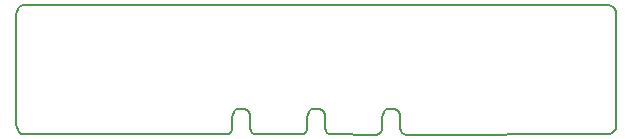
<source format=gm1>
%TF.GenerationSoftware,KiCad,Pcbnew,(6.0.0)*%
%TF.CreationDate,2022-05-12T01:22:01-07:00*%
%TF.ProjectId,Raptor Gerber,52617074-6f72-4204-9765-726265722e6b,rev?*%
%TF.SameCoordinates,Original*%
%TF.FileFunction,Profile,NP*%
%FSLAX46Y46*%
G04 Gerber Fmt 4.6, Leading zero omitted, Abs format (unit mm)*
G04 Created by KiCad (PCBNEW (6.0.0)) date 2022-05-12 01:22:01*
%MOMM*%
%LPD*%
G01*
G04 APERTURE LIST*
%ADD10C,0.200000*%
G04 APERTURE END LIST*
D10*
X15011969Y-24286312D02*
X15012098Y-24287571D01*
X35242323Y-25792471D02*
X35313465Y-25800233D01*
X46513427Y-23635717D02*
X47013332Y-23635717D01*
X33313070Y-25258918D02*
X33313244Y-25043540D01*
X33313289Y-24837972D01*
X33313314Y-24623878D01*
X33313326Y-24415614D01*
X33313328Y-24329856D01*
X35212674Y-25789254D02*
X35242323Y-25792471D01*
X40661975Y-23634761D02*
X40662104Y-23634761D01*
X48013443Y-25800700D02*
X65050000Y-25800000D01*
X32813079Y-25800233D02*
X33029849Y-25746852D01*
X33198899Y-25603242D01*
X33290592Y-25419887D01*
X33313070Y-25258918D01*
X47013332Y-23635717D02*
X47013439Y-23635717D01*
X15011969Y-16176926D02*
X15011969Y-24286312D01*
X46513319Y-23635717D02*
X46513427Y-23635717D01*
X15012098Y-16175528D02*
X15011969Y-16176926D01*
X41162095Y-24329366D02*
X41162095Y-25258312D01*
X15012098Y-15625564D02*
X15012098Y-16175528D01*
X35313465Y-25800233D02*
X39161722Y-25799744D01*
X39661972Y-24329366D02*
X39684451Y-24122811D01*
X39761306Y-23913772D01*
X39882418Y-23753388D01*
X40061200Y-23648872D01*
X40161963Y-23634761D01*
X40161963Y-23634761D02*
X40162092Y-23634761D01*
X47513430Y-24330345D02*
X47513430Y-25259407D01*
X33313328Y-24329856D02*
X33335807Y-24123301D01*
X33412662Y-23914261D01*
X33533775Y-23753877D01*
X33712557Y-23649361D01*
X33813319Y-23635250D01*
X41662108Y-25799744D02*
X41661957Y-25799744D01*
X34313439Y-23635250D02*
X34508061Y-23689835D01*
X34666989Y-23838695D01*
X34764126Y-24028715D01*
X34807669Y-24224074D01*
X34813430Y-24329856D01*
X15409232Y-14905573D02*
X15247794Y-15033435D01*
X15122322Y-15201310D01*
X15041021Y-15401313D01*
X15012098Y-15625564D01*
X40662104Y-23634761D02*
X40856726Y-23689346D01*
X41015654Y-23838206D01*
X41112791Y-24028225D01*
X41156334Y-24223584D01*
X41162095Y-24329366D01*
X65050000Y-25800000D02*
X65276592Y-25762912D01*
X65476031Y-25659115D01*
X65637977Y-25499802D01*
X65752091Y-25296169D01*
X65803189Y-25100696D01*
X65811969Y-24975066D01*
X34313332Y-23635250D02*
X34313439Y-23635250D01*
X65049978Y-14800723D02*
X15773981Y-14800700D01*
X15012098Y-24975043D02*
X15036087Y-25181208D01*
X15122413Y-25402803D01*
X15261741Y-25585675D01*
X15443732Y-25718630D01*
X15658044Y-25790472D01*
X15774089Y-25799977D01*
X47013439Y-23635717D02*
X47208061Y-23690306D01*
X47366989Y-23839173D01*
X47464126Y-24029200D01*
X47507669Y-24224562D01*
X47513430Y-24330345D01*
X41661957Y-25799744D02*
X45513079Y-25800700D01*
X15012098Y-24287571D02*
X15012098Y-24975043D01*
X39661713Y-25258452D02*
X39661887Y-25043058D01*
X39661933Y-24837486D01*
X39661958Y-24623389D01*
X39661970Y-24415124D01*
X39661972Y-24329366D01*
X34813430Y-24329856D02*
X34813430Y-25258964D01*
X39161722Y-25799744D02*
X39378492Y-25746364D01*
X39547542Y-25602758D01*
X39639235Y-25419410D01*
X39661713Y-25258452D01*
X33813427Y-23635250D02*
X34313332Y-23635250D01*
X65811969Y-15625657D02*
X65787979Y-15419491D01*
X65701653Y-15197896D01*
X65562325Y-15015024D01*
X65380334Y-14882069D01*
X65166022Y-14810227D01*
X65049978Y-14800723D01*
X40162092Y-23634761D02*
X40661975Y-23634761D01*
X65811969Y-24975066D02*
X65811969Y-15625657D01*
X15773981Y-14800700D02*
X15571157Y-14832345D01*
X15409232Y-14905573D01*
X33813319Y-23635250D02*
X33813427Y-23635250D01*
X47513430Y-25259407D02*
X47552724Y-25470106D01*
X47659881Y-25642162D01*
X47841523Y-25767855D01*
X48013443Y-25800700D01*
X34813430Y-25258964D02*
X34851549Y-25466610D01*
X34970649Y-25653008D01*
X35150179Y-25770733D01*
X35212674Y-25789254D01*
X45513079Y-25800700D02*
X45729849Y-25747324D01*
X45898899Y-25603723D01*
X45990592Y-25420374D01*
X46013070Y-25259407D01*
X46013070Y-25259407D02*
X46013244Y-25044029D01*
X46013289Y-24838461D01*
X46013314Y-24624367D01*
X46013326Y-24416103D01*
X46013328Y-24330345D01*
X41162095Y-25258312D02*
X41201386Y-25469033D01*
X41308538Y-25641119D01*
X41490179Y-25766857D01*
X41662108Y-25799744D01*
X15774089Y-25799977D02*
X32813079Y-25800233D01*
X46013328Y-24330345D02*
X46035807Y-24123788D01*
X46112662Y-23914743D01*
X46233775Y-23754351D01*
X46412557Y-23649829D01*
X46513319Y-23635717D01*
M02*

</source>
